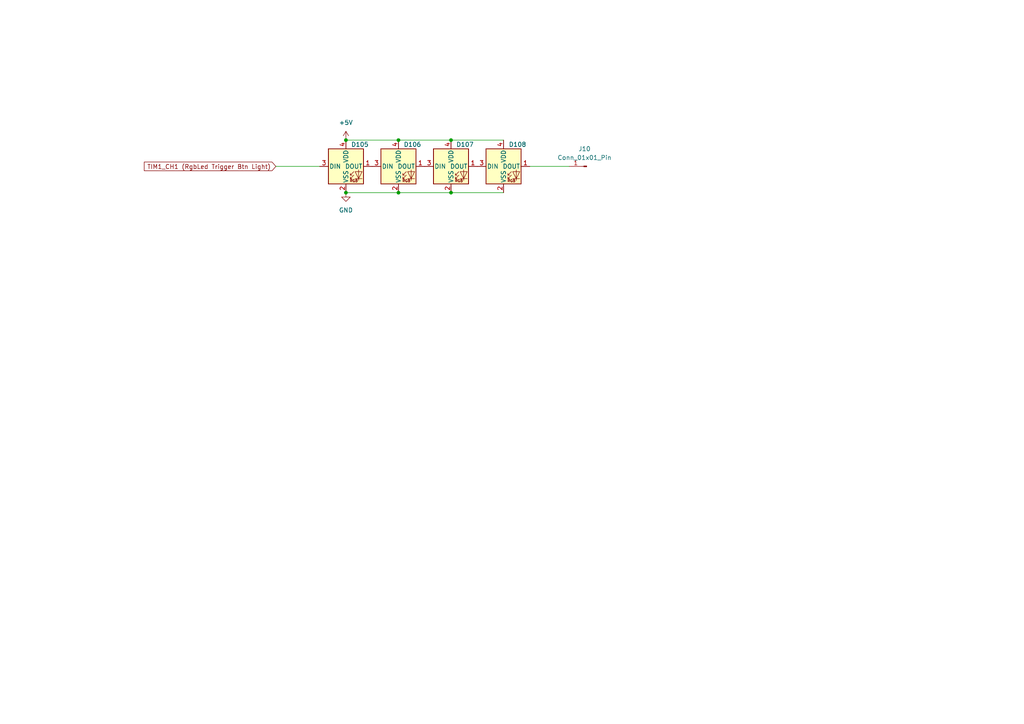
<source format=kicad_sch>
(kicad_sch (version 20231120) (generator "eeschema") (generator_version "8.0")
  (paper "A4")
  (title_block (date "2024-02-29") (rev "1"))
  (lib_symbols
    (symbol "Connector:Conn_01x01_Pin" (pin_names (offset 1.016) hide)
      (property "Reference" "J" (at 0 2.54 0))
      (property "Value" "Conn_01x01_Pin" (at 0 -2.54 0))
      (symbol "Conn_01x01_Pin_1_1"
        (polyline (pts (xy 1.27 0) (xy 0.8636 0)) (stroke (width 0.1524)))
        (rectangle (start 0.8636 0.127) (end 0 -0.127) (stroke (width 0.1524)) (fill (type outline)))
        (pin passive line (at 5.08 0 180) (length 3.81) (name "Pin_1") (number "1"))
      )
    )
    (symbol "LED:WS2812B-2020" (pin_names (offset 0.254))
      (property "Reference" "D" (at 5.08 5.715 0))
      (property "Value" "WS2812B-2020" (at 1.27 -5.715 0))
      (symbol "WS2812B-2020_0_0"
        (text "RGB" (at 2.286 -4.191 0) (effects (font (size 0.762 0.762))))
      )
      (symbol "WS2812B-2020_0_1"
        (polyline (pts (xy 1.27 -3.556) (xy 1.778 -3.556)))
        (polyline (pts (xy 1.27 -2.54) (xy 1.778 -2.54)))
        (polyline (pts (xy 4.699 -3.556) (xy 2.667 -3.556)))
        (polyline (pts (xy 2.286 -2.54) (xy 1.27 -3.556) (xy 1.27 -3.048)))
        (polyline (pts (xy 2.286 -1.524) (xy 1.27 -2.54) (xy 1.27 -2.032)))
        (polyline (pts (xy 3.683 -1.016) (xy 3.683 -3.556) (xy 3.683 -4.064)))
        (polyline (pts (xy 4.699 -1.524) (xy 2.667 -1.524) (xy 3.683 -3.556) (xy 4.699 -1.524)))
        (rectangle (start 5.08 5.08) (end -5.08 -5.08) (stroke (width 0.254)) (fill (type background)))
      )
      (symbol "WS2812B-2020_1_1"
        (pin output line (at 7.62 0 180) (length 2.54) (name "DOUT") (number "1"))
        (pin power_in line (at 0 -7.62 90) (length 2.54) (name "VSS") (number "2"))
        (pin input line (at -7.62 0 0) (length 2.54) (name "DIN") (number "3"))
        (pin power_in line (at 0 7.62 270) (length 2.54) (name "VDD") (number "4"))
      )
    )
    (symbol "power:+5V" (power) (pin_numbers hide) (pin_names (offset 0) hide)
      (property "Value" "+5V" (at 0 3.556 0))
      (symbol "+5V_0_1"
        (polyline (pts (xy -0.762 1.27) (xy 0 2.54)))
        (polyline (pts (xy 0 0) (xy 0 2.54)))
        (polyline (pts (xy 0 2.54) (xy 0.762 1.27)))
      )
      (symbol "+5V_1_1"
        (pin power_in line (at 0 0 90) (length 0) (name "~") (number "1"))
      )
    )
    (symbol "power:GND" (power) (pin_numbers hide) (pin_names (offset 0) hide)
      (property "Value" "GND" (at 0 -3.81 0))
      (symbol "GND_0_1"
        (polyline (pts (xy 0 0) (xy 0 -1.27) (xy 1.27 -1.27) (xy 0 -2.54) (xy -1.27 -1.27) (xy 0 -1.27)))
      )
      (symbol "GND_1_1"
        (pin power_in line (at 0 0 270) (length 0) (name "~") (number "1"))
      )
    )
  )
  (junction (at 100.33 55.88))
  (junction (at 130.81 40.64))
  (junction (at 115.57 55.88))
  (junction (at 130.81 55.88))
  (junction (at 100.33 40.64))
  (junction (at 115.57 40.64))
  (wire (pts (xy 100.33 40.64) (xy 115.57 40.64)))
  (wire (pts (xy 130.81 40.64) (xy 146.05 40.64)))
  (wire (pts (xy 115.57 40.64) (xy 130.81 40.64)))
  (wire (pts (xy 115.57 55.88) (xy 130.81 55.88)))
  (wire (pts (xy 80.01 48.26) (xy 92.71 48.26)))
  (wire (pts (xy 153.67 48.26) (xy 165.1 48.26)))
  (wire (pts (xy 100.33 55.88) (xy 115.57 55.88)))
  (wire (pts (xy 130.81 55.88) (xy 146.05 55.88)))
  (global_label "TIM1_CH1 (RgbLed Trigger Btn Light)" (shape input) (at 80.01 48.26 180) (property "Intersheetrefs" "${INTERSHEET_REFS}" (effects (hide yes))))
  (symbol (lib_id "power:GND") (at 100.33 55.88 0) (unit 1)
    (property "Reference" "#PWR056" (effects (hide yes)))
    (property "Value" "GND" (at 100.33 60.96 0))
    (property "Description" "Power symbol creates a global label with name \"GND\" , ground" (effects (hide yes)))
  )
  (symbol (lib_id "LED:WS2812B-2020") (at 130.81 48.26 0) (unit 1)
    (property "Reference" "D107" (at 134.874 41.91 0))
    (property "Value" "WS2812B-2020" (effects (hide yes)))
    (property "Footprint" "LED_SMD:LED_WS2812B-2020_PLCC4_2.0x2.0mm" (effects (hide yes)))
    (property "Datasheet" "https://cdn-shop.adafruit.com/product-files/4684/4684_WS2812B-2020_V1.3_EN.pdf" (effects (hide yes)))
    (property "Description" "RGB LED with integrated controller, 2.0 x 2.0 mm, 12 mA" (effects (hide yes)))
  )
  (symbol (lib_id "LED:WS2812B-2020") (at 100.33 48.26 0) (unit 1)
    (property "Reference" "D105" (at 104.394 41.91 0))
    (property "Value" "WS2812B-2020" (effects (hide yes)))
    (property "Footprint" "LED_SMD:LED_WS2812B-2020_PLCC4_2.0x2.0mm" (effects (hide yes)))
    (property "Datasheet" "https://cdn-shop.adafruit.com/product-files/4684/4684_WS2812B-2020_V1.3_EN.pdf" (effects (hide yes)))
    (property "Description" "RGB LED with integrated controller, 2.0 x 2.0 mm, 12 mA" (effects (hide yes)))
  )
  (symbol (lib_id "LED:WS2812B-2020") (at 115.57 48.26 0) (unit 1)
    (property "Reference" "D106" (at 119.634 41.91 0))
    (property "Value" "WS2812B-2020" (effects (hide yes)))
    (property "Footprint" "LED_SMD:LED_WS2812B-2020_PLCC4_2.0x2.0mm" (effects (hide yes)))
    (property "Datasheet" "https://cdn-shop.adafruit.com/product-files/4684/4684_WS2812B-2020_V1.3_EN.pdf" (effects (hide yes)))
    (property "Description" "RGB LED with integrated controller, 2.0 x 2.0 mm, 12 mA" (effects (hide yes)))
  )
  (symbol (lib_id "LED:WS2812B-2020") (at 146.05 48.26 0) (unit 1)
    (property "Reference" "D108" (at 150.114 41.91 0))
    (property "Value" "WS2812B-2020" (effects (hide yes)))
    (property "Footprint" "LED_SMD:LED_WS2812B-2020_PLCC4_2.0x2.0mm" (effects (hide yes)))
    (property "Datasheet" "https://cdn-shop.adafruit.com/product-files/4684/4684_WS2812B-2020_V1.3_EN.pdf" (effects (hide yes)))
    (property "Description" "RGB LED with integrated controller, 2.0 x 2.0 mm, 12 mA" (effects (hide yes)))
  )
  (symbol (lib_id "power:+5V") (at 100.33 40.64 0) (unit 1)
    (property "Reference" "#PWR055" (effects (hide yes)))
    (property "Value" "+5V" (at 100.33 35.56 0))
    (property "Description" "Power symbol creates a global label with name \"+5V\"" (effects (hide yes)))
  )
  (symbol (lib_id "Connector:Conn_01x01_Pin") (at 170.18 48.26 180) (unit 1)
    (property "Reference" "J10" (at 169.545 43.18 0))
    (property "Value" "Conn_01x01_Pin" (at 169.545 45.72 0))
    (property "Footprint" "Connector_PinHeader_2.54mm:PinHeader_1x01_P2.54mm_Vertical" (effects (hide yes)))
    (property "Description" "Generic connector, single row, 01x01, script generated" (effects (hide yes)))
  )
)
</source>
